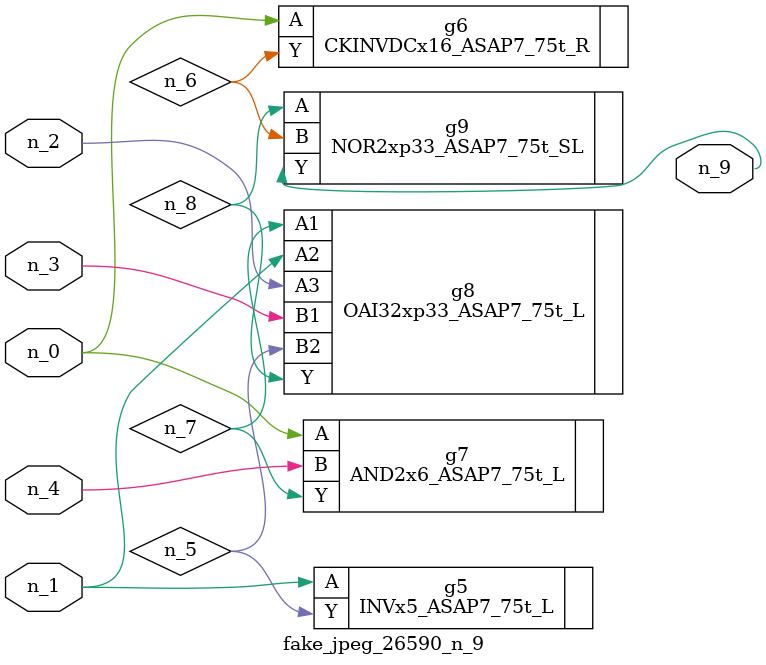
<source format=v>
module fake_jpeg_26590_n_9 (n_3, n_2, n_1, n_0, n_4, n_9);

input n_3;
input n_2;
input n_1;
input n_0;
input n_4;

output n_9;

wire n_8;
wire n_6;
wire n_5;
wire n_7;

INVx5_ASAP7_75t_L g5 ( 
.A(n_1),
.Y(n_5)
);

CKINVDCx16_ASAP7_75t_R g6 ( 
.A(n_0),
.Y(n_6)
);

AND2x6_ASAP7_75t_L g7 ( 
.A(n_0),
.B(n_4),
.Y(n_7)
);

OAI32xp33_ASAP7_75t_L g8 ( 
.A1(n_7),
.A2(n_1),
.A3(n_2),
.B1(n_3),
.B2(n_5),
.Y(n_8)
);

NOR2xp33_ASAP7_75t_SL g9 ( 
.A(n_8),
.B(n_6),
.Y(n_9)
);


endmodule
</source>
